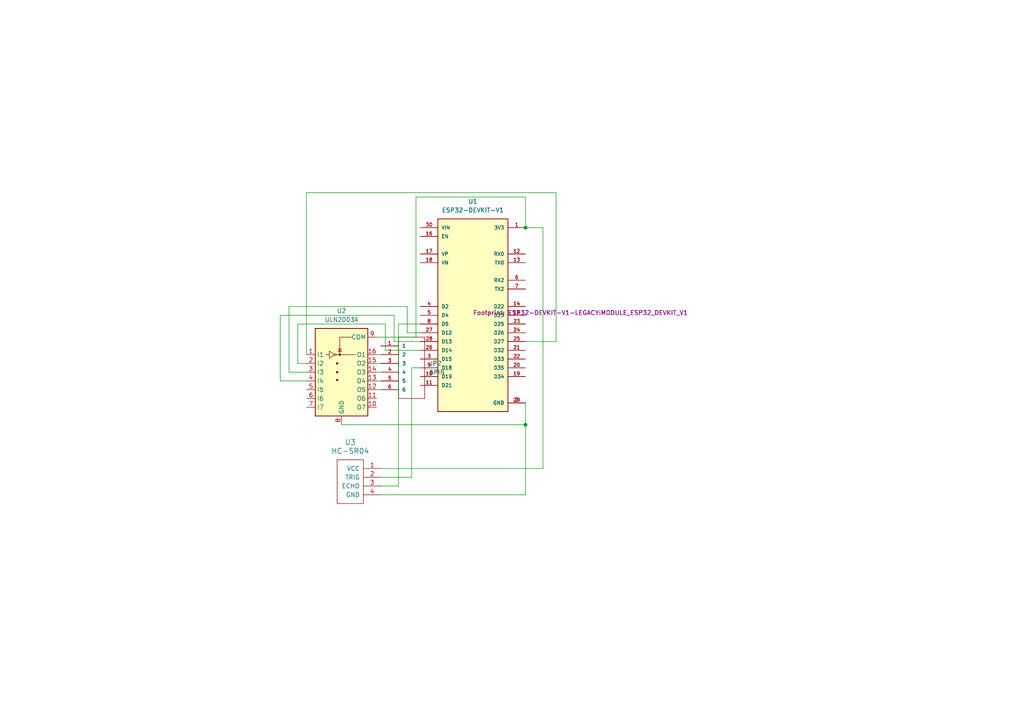
<source format=kicad_sch>
(kicad_sch (version 20230121) (generator eeschema)

  (uuid 149bb7de-8593-4cb8-a186-c846c2f9b9a1)

  (paper "A4")

  (lib_symbols
    (symbol "ESP32-DEVKIT-V1:ESP32-DEVKIT-V1" (pin_names (offset 1.016)) (in_bom yes) (on_board yes)
      (property "Reference" "U" (at -10.16 30.48 0)
        (effects (font (size 1.27 1.27)) (justify left bottom))
      )
      (property "Value" "ESP32-DEVKIT-V1" (at -10.16 -30.48 0)
        (effects (font (size 1.27 1.27)) (justify left bottom))
      )
      (property "Footprint" "MODULE_ESP32_DEVKIT_V1" (at 0 0 0)
        (effects (font (size 1.27 1.27)) (justify left bottom) hide)
      )
      (property "Datasheet" "" (at 0 0 0)
        (effects (font (size 1.27 1.27)) (justify left bottom) hide)
      )
      (property "MF" "Do it" (at 0 0 0)
        (effects (font (size 1.27 1.27)) (justify left bottom) hide)
      )
      (property "MAXIMUM_PACKAGE_HEIGHT" "6.8 mm" (at 0 0 0)
        (effects (font (size 1.27 1.27)) (justify left bottom) hide)
      )
      (property "Package" "None" (at 0 0 0)
        (effects (font (size 1.27 1.27)) (justify left bottom) hide)
      )
      (property "Price" "None" (at 0 0 0)
        (effects (font (size 1.27 1.27)) (justify left bottom) hide)
      )
      (property "Check_prices" "https://www.snapeda.com/parts/ESP32-DEVKIT-V1/Do+it/view-part/?ref=eda" (at 0 0 0)
        (effects (font (size 1.27 1.27)) (justify left bottom) hide)
      )
      (property "STANDARD" "Manufacturer Recommendations" (at 0 0 0)
        (effects (font (size 1.27 1.27)) (justify left bottom) hide)
      )
      (property "PARTREV" "N/A" (at 0 0 0)
        (effects (font (size 1.27 1.27)) (justify left bottom) hide)
      )
      (property "SnapEDA_Link" "https://www.snapeda.com/parts/ESP32-DEVKIT-V1/Do+it/view-part/?ref=snap" (at 0 0 0)
        (effects (font (size 1.27 1.27)) (justify left bottom) hide)
      )
      (property "MP" "ESP32-DEVKIT-V1" (at 0 0 0)
        (effects (font (size 1.27 1.27)) (justify left bottom) hide)
      )
      (property "Description" "\\nDual core, Wi-Fi: 2.4 GHz up to 150 Mbits/s,BLE (Bluetooth Low Energy) and legacy Bluetooth, 32 bits, Up to 240 MHz\\n" (at 0 0 0)
        (effects (font (size 1.27 1.27)) (justify left bottom) hide)
      )
      (property "Availability" "Not in stock" (at 0 0 0)
        (effects (font (size 1.27 1.27)) (justify left bottom) hide)
      )
      (property "MANUFACTURER" "DOIT" (at 0 0 0)
        (effects (font (size 1.27 1.27)) (justify left bottom) hide)
      )
      (property "ki_locked" "" (at 0 0 0)
        (effects (font (size 1.27 1.27)))
      )
      (symbol "ESP32-DEVKIT-V1_0_0"
        (rectangle (start -10.16 -27.94) (end 10.16 27.94)
          (stroke (width 0.254) (type solid))
          (fill (type background))
        )
        (pin output line (at 15.24 25.4 180) (length 5.08)
          (name "3V3" (effects (font (size 1.016 1.016))))
          (number "1" (effects (font (size 1.016 1.016))))
        )
        (pin bidirectional line (at -15.24 -17.78 0) (length 5.08)
          (name "D19" (effects (font (size 1.016 1.016))))
          (number "10" (effects (font (size 1.016 1.016))))
        )
        (pin bidirectional line (at -15.24 -20.32 0) (length 5.08)
          (name "D21" (effects (font (size 1.016 1.016))))
          (number "11" (effects (font (size 1.016 1.016))))
        )
        (pin input line (at 15.24 17.78 180) (length 5.08)
          (name "RX0" (effects (font (size 1.016 1.016))))
          (number "12" (effects (font (size 1.016 1.016))))
        )
        (pin output line (at 15.24 15.24 180) (length 5.08)
          (name "TX0" (effects (font (size 1.016 1.016))))
          (number "13" (effects (font (size 1.016 1.016))))
        )
        (pin bidirectional line (at 15.24 2.54 180) (length 5.08)
          (name "D22" (effects (font (size 1.016 1.016))))
          (number "14" (effects (font (size 1.016 1.016))))
        )
        (pin bidirectional line (at 15.24 0 180) (length 5.08)
          (name "D23" (effects (font (size 1.016 1.016))))
          (number "15" (effects (font (size 1.016 1.016))))
        )
        (pin input line (at -15.24 22.86 0) (length 5.08)
          (name "EN" (effects (font (size 1.016 1.016))))
          (number "16" (effects (font (size 1.016 1.016))))
        )
        (pin bidirectional line (at -15.24 17.78 0) (length 5.08)
          (name "VP" (effects (font (size 1.016 1.016))))
          (number "17" (effects (font (size 1.016 1.016))))
        )
        (pin bidirectional line (at -15.24 15.24 0) (length 5.08)
          (name "VN" (effects (font (size 1.016 1.016))))
          (number "18" (effects (font (size 1.016 1.016))))
        )
        (pin bidirectional line (at 15.24 -17.78 180) (length 5.08)
          (name "D34" (effects (font (size 1.016 1.016))))
          (number "19" (effects (font (size 1.016 1.016))))
        )
        (pin power_in line (at 15.24 -25.4 180) (length 5.08)
          (name "GND" (effects (font (size 1.016 1.016))))
          (number "2" (effects (font (size 1.016 1.016))))
        )
        (pin bidirectional line (at 15.24 -15.24 180) (length 5.08)
          (name "D35" (effects (font (size 1.016 1.016))))
          (number "20" (effects (font (size 1.016 1.016))))
        )
        (pin bidirectional line (at 15.24 -10.16 180) (length 5.08)
          (name "D32" (effects (font (size 1.016 1.016))))
          (number "21" (effects (font (size 1.016 1.016))))
        )
        (pin bidirectional line (at 15.24 -12.7 180) (length 5.08)
          (name "D33" (effects (font (size 1.016 1.016))))
          (number "22" (effects (font (size 1.016 1.016))))
        )
        (pin bidirectional line (at 15.24 -2.54 180) (length 5.08)
          (name "D25" (effects (font (size 1.016 1.016))))
          (number "23" (effects (font (size 1.016 1.016))))
        )
        (pin bidirectional line (at 15.24 -5.08 180) (length 5.08)
          (name "D26" (effects (font (size 1.016 1.016))))
          (number "24" (effects (font (size 1.016 1.016))))
        )
        (pin bidirectional line (at 15.24 -7.62 180) (length 5.08)
          (name "D27" (effects (font (size 1.016 1.016))))
          (number "25" (effects (font (size 1.016 1.016))))
        )
        (pin bidirectional line (at -15.24 -10.16 0) (length 5.08)
          (name "D14" (effects (font (size 1.016 1.016))))
          (number "26" (effects (font (size 1.016 1.016))))
        )
        (pin bidirectional line (at -15.24 -5.08 0) (length 5.08)
          (name "D12" (effects (font (size 1.016 1.016))))
          (number "27" (effects (font (size 1.016 1.016))))
        )
        (pin bidirectional line (at -15.24 -7.62 0) (length 5.08)
          (name "D13" (effects (font (size 1.016 1.016))))
          (number "28" (effects (font (size 1.016 1.016))))
        )
        (pin power_in line (at 15.24 -25.4 180) (length 5.08)
          (name "GND" (effects (font (size 1.016 1.016))))
          (number "29" (effects (font (size 1.016 1.016))))
        )
        (pin bidirectional line (at -15.24 -12.7 0) (length 5.08)
          (name "D15" (effects (font (size 1.016 1.016))))
          (number "3" (effects (font (size 1.016 1.016))))
        )
        (pin input line (at -15.24 25.4 0) (length 5.08)
          (name "VIN" (effects (font (size 1.016 1.016))))
          (number "30" (effects (font (size 1.016 1.016))))
        )
        (pin bidirectional line (at -15.24 2.54 0) (length 5.08)
          (name "D2" (effects (font (size 1.016 1.016))))
          (number "4" (effects (font (size 1.016 1.016))))
        )
        (pin bidirectional line (at -15.24 0 0) (length 5.08)
          (name "D4" (effects (font (size 1.016 1.016))))
          (number "5" (effects (font (size 1.016 1.016))))
        )
        (pin input line (at 15.24 10.16 180) (length 5.08)
          (name "RX2" (effects (font (size 1.016 1.016))))
          (number "6" (effects (font (size 1.016 1.016))))
        )
        (pin output line (at 15.24 7.62 180) (length 5.08)
          (name "TX2" (effects (font (size 1.016 1.016))))
          (number "7" (effects (font (size 1.016 1.016))))
        )
        (pin bidirectional line (at -15.24 -2.54 0) (length 5.08)
          (name "D5" (effects (font (size 1.016 1.016))))
          (number "8" (effects (font (size 1.016 1.016))))
        )
        (pin bidirectional line (at -15.24 -15.24 0) (length 5.08)
          (name "D18" (effects (font (size 1.016 1.016))))
          (number "9" (effects (font (size 1.016 1.016))))
        )
      )
    )
    (symbol "Transistor_Array:ULN2003A" (in_bom yes) (on_board yes)
      (property "Reference" "U" (at 0 15.875 0)
        (effects (font (size 1.27 1.27)))
      )
      (property "Value" "ULN2003A" (at 0 13.97 0)
        (effects (font (size 1.27 1.27)))
      )
      (property "Footprint" "" (at 1.27 -13.97 0)
        (effects (font (size 1.27 1.27)) (justify left) hide)
      )
      (property "Datasheet" "http://www.ti.com/lit/ds/symlink/uln2003a.pdf" (at 2.54 -5.08 0)
        (effects (font (size 1.27 1.27)) hide)
      )
      (property "ki_keywords" "darlington transistor array" (at 0 0 0)
        (effects (font (size 1.27 1.27)) hide)
      )
      (property "ki_description" "High Voltage, High Current Darlington Transistor Arrays, SOIC16/SOIC16W/DIP16/TSSOP16" (at 0 0 0)
        (effects (font (size 1.27 1.27)) hide)
      )
      (property "ki_fp_filters" "DIP*W7.62mm* SOIC*3.9x9.9mm*P1.27mm* SSOP*4.4x5.2mm*P0.65mm* TSSOP*4.4x5mm*P0.65mm* SOIC*W*5.3x10.2mm*P1.27mm*" (at 0 0 0)
        (effects (font (size 1.27 1.27)) hide)
      )
      (symbol "ULN2003A_0_1"
        (rectangle (start -7.62 -12.7) (end 7.62 12.7)
          (stroke (width 0.254) (type default))
          (fill (type background))
        )
        (circle (center -1.778 5.08) (radius 0.254)
          (stroke (width 0) (type default))
          (fill (type none))
        )
        (circle (center -1.27 -2.286) (radius 0.254)
          (stroke (width 0) (type default))
          (fill (type outline))
        )
        (circle (center -1.27 0) (radius 0.254)
          (stroke (width 0) (type default))
          (fill (type outline))
        )
        (circle (center -1.27 2.54) (radius 0.254)
          (stroke (width 0) (type default))
          (fill (type outline))
        )
        (circle (center -0.508 5.08) (radius 0.254)
          (stroke (width 0) (type default))
          (fill (type outline))
        )
        (polyline
          (pts
            (xy -4.572 5.08)
            (xy -3.556 5.08)
          )
          (stroke (width 0) (type default))
          (fill (type none))
        )
        (polyline
          (pts
            (xy -1.524 5.08)
            (xy 4.064 5.08)
          )
          (stroke (width 0) (type default))
          (fill (type none))
        )
        (polyline
          (pts
            (xy 0 6.731)
            (xy -1.016 6.731)
          )
          (stroke (width 0) (type default))
          (fill (type none))
        )
        (polyline
          (pts
            (xy -0.508 5.08)
            (xy -0.508 10.16)
            (xy 2.921 10.16)
          )
          (stroke (width 0) (type default))
          (fill (type none))
        )
        (polyline
          (pts
            (xy -3.556 6.096)
            (xy -3.556 4.064)
            (xy -2.032 5.08)
            (xy -3.556 6.096)
          )
          (stroke (width 0) (type default))
          (fill (type none))
        )
        (polyline
          (pts
            (xy 0 5.969)
            (xy -1.016 5.969)
            (xy -0.508 6.731)
            (xy 0 5.969)
          )
          (stroke (width 0) (type default))
          (fill (type none))
        )
      )
      (symbol "ULN2003A_1_1"
        (pin input line (at -10.16 5.08 0) (length 2.54)
          (name "I1" (effects (font (size 1.27 1.27))))
          (number "1" (effects (font (size 1.27 1.27))))
        )
        (pin open_collector line (at 10.16 -10.16 180) (length 2.54)
          (name "O7" (effects (font (size 1.27 1.27))))
          (number "10" (effects (font (size 1.27 1.27))))
        )
        (pin open_collector line (at 10.16 -7.62 180) (length 2.54)
          (name "O6" (effects (font (size 1.27 1.27))))
          (number "11" (effects (font (size 1.27 1.27))))
        )
        (pin open_collector line (at 10.16 -5.08 180) (length 2.54)
          (name "O5" (effects (font (size 1.27 1.27))))
          (number "12" (effects (font (size 1.27 1.27))))
        )
        (pin open_collector line (at 10.16 -2.54 180) (length 2.54)
          (name "O4" (effects (font (size 1.27 1.27))))
          (number "13" (effects (font (size 1.27 1.27))))
        )
        (pin open_collector line (at 10.16 0 180) (length 2.54)
          (name "O3" (effects (font (size 1.27 1.27))))
          (number "14" (effects (font (size 1.27 1.27))))
        )
        (pin open_collector line (at 10.16 2.54 180) (length 2.54)
          (name "O2" (effects (font (size 1.27 1.27))))
          (number "15" (effects (font (size 1.27 1.27))))
        )
        (pin open_collector line (at 10.16 5.08 180) (length 2.54)
          (name "O1" (effects (font (size 1.27 1.27))))
          (number "16" (effects (font (size 1.27 1.27))))
        )
        (pin input line (at -10.16 2.54 0) (length 2.54)
          (name "I2" (effects (font (size 1.27 1.27))))
          (number "2" (effects (font (size 1.27 1.27))))
        )
        (pin input line (at -10.16 0 0) (length 2.54)
          (name "I3" (effects (font (size 1.27 1.27))))
          (number "3" (effects (font (size 1.27 1.27))))
        )
        (pin input line (at -10.16 -2.54 0) (length 2.54)
          (name "I4" (effects (font (size 1.27 1.27))))
          (number "4" (effects (font (size 1.27 1.27))))
        )
        (pin input line (at -10.16 -5.08 0) (length 2.54)
          (name "I5" (effects (font (size 1.27 1.27))))
          (number "5" (effects (font (size 1.27 1.27))))
        )
        (pin input line (at -10.16 -7.62 0) (length 2.54)
          (name "I6" (effects (font (size 1.27 1.27))))
          (number "6" (effects (font (size 1.27 1.27))))
        )
        (pin input line (at -10.16 -10.16 0) (length 2.54)
          (name "I7" (effects (font (size 1.27 1.27))))
          (number "7" (effects (font (size 1.27 1.27))))
        )
        (pin power_in line (at 0 -15.24 90) (length 2.54)
          (name "GND" (effects (font (size 1.27 1.27))))
          (number "8" (effects (font (size 1.27 1.27))))
        )
        (pin passive line (at 10.16 10.16 180) (length 2.54)
          (name "COM" (effects (font (size 1.27 1.27))))
          (number "9" (effects (font (size 1.27 1.27))))
        )
      )
    )
    (symbol "hc-sr04:HC-SR04" (pin_names (offset 1.016)) (in_bom yes) (on_board yes)
      (property "Reference" "U" (at -6.35 -7.62 0)
        (effects (font (size 1.524 1.524)))
      )
      (property "Value" "HC-SR04" (at -2.54 7.62 0)
        (effects (font (size 1.524 1.524)))
      )
      (property "Footprint" "" (at 0 0 0)
        (effects (font (size 1.524 1.524)))
      )
      (property "Datasheet" "" (at 0 0 0)
        (effects (font (size 1.524 1.524)))
      )
      (symbol "HC-SR04_0_1"
        (rectangle (start 0 6.35) (end -7.62 -6.35)
          (stroke (width 0) (type solid))
          (fill (type none))
        )
      )
      (symbol "HC-SR04_1_1"
        (pin input line (at 5.08 3.81 180) (length 5.08)
          (name "VCC" (effects (font (size 1.27 1.27))))
          (number "1" (effects (font (size 1.27 1.27))))
        )
        (pin input line (at 5.08 1.27 180) (length 5.08)
          (name "TRIG" (effects (font (size 1.27 1.27))))
          (number "2" (effects (font (size 1.27 1.27))))
        )
        (pin input line (at 5.08 -1.27 180) (length 5.08)
          (name "ECHO" (effects (font (size 1.27 1.27))))
          (number "3" (effects (font (size 1.27 1.27))))
        )
        (pin input line (at 5.08 -3.81 180) (length 5.08)
          (name "GND" (effects (font (size 1.27 1.27))))
          (number "4" (effects (font (size 1.27 1.27))))
        )
      )
    )
    (symbol "jst_eph:6PIN" (pin_names (offset 1.016)) (in_bom yes) (on_board yes)
      (property "Reference" "JP" (at 0 -12.7 0)
        (effects (font (size 1.27 1.27)) (justify left bottom))
      )
      (property "Value" "6PIN" (at 0 0 0)
        (effects (font (size 1.27 1.27)) (justify left bottom))
      )
      (property "Footprint" "jst_eph-B6B-PH-K-S" (at 0 3.81 0)
        (effects (font (size 1.27 1.27)) hide)
      )
      (property "Datasheet" "" (at 0 0 0)
        (effects (font (size 1.27 1.27)) hide)
      )
      (property "ki_locked" "" (at 0 0 0)
        (effects (font (size 1.27 1.27)))
      )
      (symbol "6PIN_1_0"
        (polyline
          (pts
            (xy 0 -10.16)
            (xy 0 7.62)
          )
          (stroke (width 0) (type solid))
          (fill (type none))
        )
        (polyline
          (pts
            (xy 0 7.62)
            (xy 7.62 7.62)
          )
          (stroke (width 0) (type solid))
          (fill (type none))
        )
        (polyline
          (pts
            (xy 7.62 -10.16)
            (xy 0 -10.16)
          )
          (stroke (width 0) (type solid))
          (fill (type none))
        )
        (polyline
          (pts
            (xy 7.62 7.62)
            (xy 7.62 -10.16)
          )
          (stroke (width 0) (type solid))
          (fill (type none))
        )
      )
      (symbol "6PIN_1_1"
        (pin bidirectional line (at -5.08 5.08 0) (length 5.08)
          (name "1" (effects (font (size 1.016 1.016))))
          (number "1" (effects (font (size 1.016 1.016))))
        )
        (pin bidirectional line (at -5.08 2.54 0) (length 5.08)
          (name "2" (effects (font (size 1.016 1.016))))
          (number "2" (effects (font (size 1.016 1.016))))
        )
        (pin bidirectional line (at -5.08 0 0) (length 5.08)
          (name "3" (effects (font (size 1.016 1.016))))
          (number "3" (effects (font (size 1.016 1.016))))
        )
        (pin bidirectional line (at -5.08 -2.54 0) (length 5.08)
          (name "4" (effects (font (size 1.016 1.016))))
          (number "4" (effects (font (size 1.016 1.016))))
        )
        (pin bidirectional line (at -5.08 -5.08 0) (length 5.08)
          (name "5" (effects (font (size 1.016 1.016))))
          (number "5" (effects (font (size 1.016 1.016))))
        )
        (pin bidirectional line (at -5.08 -7.62 0) (length 5.08)
          (name "6" (effects (font (size 1.016 1.016))))
          (number "6" (effects (font (size 1.016 1.016))))
        )
      )
    )
  )

  (junction (at 152.4 66.04) (diameter 0) (color 0 0 0 0)
    (uuid 89679721-9295-49ad-8af9-51d56be47dfc)
  )
  (junction (at 152.4 123.19) (diameter 0) (color 0 0 0 0)
    (uuid 90fac54d-3bc0-4e76-a051-fbdf282b0f6d)
  )

  (wire (pts (xy 109.22 113.03) (xy 110.49 113.03))
    (stroke (width 0) (type default))
    (uuid 03bcd11f-5366-4496-9024-90945eadc39e)
  )
  (wire (pts (xy 115.57 93.98) (xy 115.57 140.97))
    (stroke (width 0) (type default))
    (uuid 04d0e082-c5f4-4257-90ed-26390afc18b1)
  )
  (wire (pts (xy 119.38 106.68) (xy 119.38 138.43))
    (stroke (width 0) (type default))
    (uuid 14066a34-a811-4387-a7d2-f4a35cead107)
  )
  (wire (pts (xy 152.4 143.51) (xy 152.4 123.19))
    (stroke (width 0) (type default))
    (uuid 17696eb6-e36c-4598-9f90-5a9d60e96bfb)
  )
  (wire (pts (xy 119.38 138.43) (xy 110.49 138.43))
    (stroke (width 0) (type default))
    (uuid 1a59e1e3-7bc5-4c21-adeb-a8285e04fc53)
  )
  (wire (pts (xy 81.28 110.49) (xy 88.9 110.49))
    (stroke (width 0) (type default))
    (uuid 1d65f58c-01d8-4b7f-a8b2-5ebc2bfbf826)
  )
  (wire (pts (xy 121.92 93.98) (xy 115.57 93.98))
    (stroke (width 0) (type default))
    (uuid 380e4804-72f4-4c09-9ca4-9eb842368791)
  )
  (wire (pts (xy 121.92 101.6) (xy 111.76 101.6))
    (stroke (width 0) (type default))
    (uuid 3a4a2334-1a44-4adc-9245-e232826ed2c9)
  )
  (wire (pts (xy 157.48 135.89) (xy 157.48 66.04))
    (stroke (width 0) (type default))
    (uuid 3d53cbb6-022d-4bc7-9353-45d0753401b4)
  )
  (wire (pts (xy 83.82 88.9) (xy 83.82 107.95))
    (stroke (width 0) (type default))
    (uuid 468d34c0-03a4-4f37-b4ad-456a876aeccb)
  )
  (wire (pts (xy 114.3 99.06) (xy 114.3 91.44))
    (stroke (width 0) (type default))
    (uuid 4b39536e-b174-442b-aa9a-197e534b5ac3)
  )
  (wire (pts (xy 161.29 99.06) (xy 161.29 55.88))
    (stroke (width 0) (type default))
    (uuid 5904918c-1465-478c-9a3b-e6955ae70b43)
  )
  (wire (pts (xy 81.28 91.44) (xy 81.28 110.49))
    (stroke (width 0) (type default))
    (uuid 59f68de4-937d-468e-9e39-67561c53798e)
  )
  (wire (pts (xy 118.11 96.52) (xy 118.11 88.9))
    (stroke (width 0) (type default))
    (uuid 5a488f80-6e74-4206-9465-ce054d19230b)
  )
  (wire (pts (xy 120.65 57.15) (xy 152.4 57.15))
    (stroke (width 0) (type default))
    (uuid 5fcf027d-d9d2-470b-8c34-b6087f61cf8a)
  )
  (wire (pts (xy 110.49 143.51) (xy 152.4 143.51))
    (stroke (width 0) (type default))
    (uuid 642036cf-0ba0-4f4d-8d91-e16d06d63b6b)
  )
  (wire (pts (xy 109.22 110.49) (xy 110.49 110.49))
    (stroke (width 0) (type default))
    (uuid 6712dd85-a43b-4439-9da3-55129fc6528b)
  )
  (wire (pts (xy 152.4 57.15) (xy 152.4 66.04))
    (stroke (width 0) (type default))
    (uuid 6a1e8a47-41f1-41c0-816d-dac76e5b6cbc)
  )
  (wire (pts (xy 115.57 140.97) (xy 110.49 140.97))
    (stroke (width 0) (type default))
    (uuid 721755e8-e641-4b84-9594-aa6ec09cb712)
  )
  (wire (pts (xy 120.65 97.79) (xy 120.65 57.15))
    (stroke (width 0) (type default))
    (uuid 7563515c-bf35-40be-9b39-a471b298a781)
  )
  (wire (pts (xy 109.22 102.87) (xy 110.49 102.87))
    (stroke (width 0) (type default))
    (uuid 76e4d0ba-218a-4c9d-bc47-762b42eb1bae)
  )
  (wire (pts (xy 152.4 123.19) (xy 152.4 116.84))
    (stroke (width 0) (type default))
    (uuid 802b1646-7872-49e7-975d-d91fe8a46694)
  )
  (wire (pts (xy 121.92 106.68) (xy 119.38 106.68))
    (stroke (width 0) (type default))
    (uuid 8497d4f6-4601-4268-a4f7-201dff518333)
  )
  (wire (pts (xy 86.36 105.41) (xy 88.9 105.41))
    (stroke (width 0) (type default))
    (uuid 86a33f4d-3655-4476-92e7-9969f09003e1)
  )
  (wire (pts (xy 157.48 66.04) (xy 152.4 66.04))
    (stroke (width 0) (type default))
    (uuid 8ca21c72-db9e-4531-81b2-66ef3625bd8c)
  )
  (wire (pts (xy 109.22 97.79) (xy 120.65 97.79))
    (stroke (width 0) (type default))
    (uuid 9709aaec-6632-4285-ba72-f9719c772078)
  )
  (wire (pts (xy 109.22 107.95) (xy 110.49 107.95))
    (stroke (width 0) (type default))
    (uuid a2cbebd8-4718-4276-99d6-f404557de2fc)
  )
  (wire (pts (xy 88.9 55.88) (xy 88.9 102.87))
    (stroke (width 0) (type default))
    (uuid a6f55c92-2f96-4811-91be-e6040c64a628)
  )
  (wire (pts (xy 111.76 101.6) (xy 111.76 93.98))
    (stroke (width 0) (type default))
    (uuid a9ad7af9-ce6a-4989-970e-903c57592542)
  )
  (wire (pts (xy 152.4 99.06) (xy 161.29 99.06))
    (stroke (width 0) (type default))
    (uuid ab434031-78e1-4bec-9bf4-eb94de37add2)
  )
  (wire (pts (xy 110.49 135.89) (xy 157.48 135.89))
    (stroke (width 0) (type default))
    (uuid add4438e-a959-4c05-bccb-0e81c0667efe)
  )
  (wire (pts (xy 114.3 91.44) (xy 81.28 91.44))
    (stroke (width 0) (type default))
    (uuid b90f0a36-8b95-4403-83a1-a49e04a14fd5)
  )
  (wire (pts (xy 118.11 88.9) (xy 83.82 88.9))
    (stroke (width 0) (type default))
    (uuid c6802af0-b118-48c1-ae92-e79b276f1d11)
  )
  (wire (pts (xy 83.82 107.95) (xy 88.9 107.95))
    (stroke (width 0) (type default))
    (uuid ca75789c-0d46-4943-90a5-6d9a9435f64f)
  )
  (wire (pts (xy 99.06 123.19) (xy 152.4 123.19))
    (stroke (width 0) (type default))
    (uuid d2596361-3838-4cb3-8c02-3bbd5916f004)
  )
  (wire (pts (xy 111.76 93.98) (xy 86.36 93.98))
    (stroke (width 0) (type default))
    (uuid dd8e7f6c-8ae8-4914-b3a9-980b7de41ec9)
  )
  (wire (pts (xy 109.22 105.41) (xy 110.49 105.41))
    (stroke (width 0) (type default))
    (uuid e3611994-cba2-4672-b762-836225288038)
  )
  (wire (pts (xy 161.29 55.88) (xy 88.9 55.88))
    (stroke (width 0) (type default))
    (uuid e6faed08-1ffa-4032-b0e7-d44bda9377c6)
  )
  (wire (pts (xy 86.36 93.98) (xy 86.36 105.41))
    (stroke (width 0) (type default))
    (uuid f339c775-eafd-478c-acc4-b7ebcc73c72d)
  )
  (wire (pts (xy 121.92 99.06) (xy 114.3 99.06))
    (stroke (width 0) (type default))
    (uuid f8a4faf1-c043-483c-9234-2b069d42563c)
  )
  (wire (pts (xy 121.92 96.52) (xy 118.11 96.52))
    (stroke (width 0) (type default))
    (uuid fa31c9b0-5fa0-444d-bde7-f867f505b7d5)
  )

  (symbol (lib_id "hc-sr04:HC-SR04") (at 105.41 139.7 0) (unit 1)
    (in_bom yes) (on_board yes) (dnp no) (fields_autoplaced)
    (uuid 56a0cbbd-c129-44fa-9e8f-8fc6e46241b6)
    (property "Reference" "U3" (at 101.6 128.27 0)
      (effects (font (size 1.524 1.524)))
    )
    (property "Value" "HC-SR04" (at 101.6 130.81 0)
      (effects (font (size 1.524 1.524)))
    )
    (property "Footprint" "HC-SR04:XCVR_HC-SR04" (at 105.41 139.7 0)
      (effects (font (size 1.524 1.524)) hide)
    )
    (property "Datasheet" "" (at 105.41 139.7 0)
      (effects (font (size 1.524 1.524)))
    )
    (pin "2" (uuid 1c873a1f-ac54-4fd0-9c95-567c0ad767db))
    (pin "1" (uuid 55f61c27-f0c6-4dc2-8cf8-6df88cbe7b12))
    (pin "4" (uuid ce006dac-7bb5-44e1-a35e-3ba1c4372126))
    (pin "3" (uuid bc360613-125f-4913-a0b4-58c35b6f4dba))
    (instances
      (project "Foodinator"
        (path "/149bb7de-8593-4cb8-a186-c846c2f9b9a1"
          (reference "U3") (unit 1)
        )
      )
    )
  )

  (symbol (lib_id "Transistor_Array:ULN2003A") (at 99.06 107.95 0) (unit 1)
    (in_bom yes) (on_board yes) (dnp no) (fields_autoplaced)
    (uuid 62902fff-5cd4-4358-bb53-524d02f35f51)
    (property "Reference" "U2" (at 99.06 90.17 0)
      (effects (font (size 1.27 1.27)))
    )
    (property "Value" "ULN2003A" (at 99.06 92.71 0)
      (effects (font (size 1.27 1.27)))
    )
    (property "Footprint" "ULN2003ANE4:DIP794W45P254L1969H508Q16" (at 100.33 121.92 0)
      (effects (font (size 1.27 1.27)) (justify left) hide)
    )
    (property "Datasheet" "http://www.ti.com/lit/ds/symlink/uln2003a.pdf" (at 101.6 113.03 0)
      (effects (font (size 1.27 1.27)) hide)
    )
    (pin "1" (uuid 0f5c23f2-1e8a-47e8-b843-c64cd288cdf2))
    (pin "3" (uuid 1a5eb92a-7ea4-4f8d-b863-11490ffe3794))
    (pin "13" (uuid 6d0c16df-1f73-48a1-a06b-1fe44f5be9d0))
    (pin "6" (uuid 03fe7584-28f3-4433-b12f-6563ef7d37b0))
    (pin "11" (uuid 6e2362bf-44e9-41fc-911b-5abf5bfc82c5))
    (pin "2" (uuid d6b3368e-c0cb-4643-8e7a-84733fb24f97))
    (pin "15" (uuid b0131cda-9f4d-4ff1-a486-88d2df46c347))
    (pin "4" (uuid 88b57cc9-168a-488f-b042-7374a5eb6546))
    (pin "8" (uuid 14dded2a-e349-45eb-bd24-c992d55a89f7))
    (pin "12" (uuid 211be9e6-4c69-4130-aeaf-75aba982d56a))
    (pin "7" (uuid c738462b-1c0a-4241-acf3-bed2f495fefc))
    (pin "9" (uuid ae891f65-d2fb-4340-9c36-19964ac8ceb6))
    (pin "5" (uuid e2c694e0-5546-441c-b36f-6843cf63314f))
    (pin "10" (uuid 00940881-0842-4efa-9678-aa7958739540))
    (pin "14" (uuid 009ed689-0d70-4975-9402-1aa5d362835b))
    (pin "16" (uuid 6a0829cd-5f42-43cd-a5d3-6fad4ac2d25f))
    (instances
      (project "Foodinator"
        (path "/149bb7de-8593-4cb8-a186-c846c2f9b9a1"
          (reference "U2") (unit 1)
        )
      )
    )
  )

  (symbol (lib_id "ESP32-DEVKIT-V1:ESP32-DEVKIT-V1") (at 137.16 91.44 0) (unit 1)
    (in_bom yes) (on_board yes) (dnp no)
    (uuid c2b8ec4c-8e0e-4af0-8eba-b948950df4b7)
    (property "Reference" "U1" (at 137.16 58.42 0)
      (effects (font (size 1.27 1.27)))
    )
    (property "Value" "ESP32-DEVKIT-V1" (at 137.16 60.96 0)
      (effects (font (size 1.27 1.27)))
    )
    (property "Footprint" "ESP32-DEVKIT-V1-LEGACY:MODULE_ESP32_DEVKIT_V1" (at 137.16 91.44 0) (show_name)
      (effects (font (size 1.27 1.27)) (justify left bottom))
    )
    (property "Datasheet" "" (at 137.16 91.44 0)
      (effects (font (size 1.27 1.27)) (justify left bottom) hide)
    )
    (property "MF" "Do it" (at 137.16 91.44 0)
      (effects (font (size 1.27 1.27)) (justify left bottom) hide)
    )
    (property "MAXIMUM_PACKAGE_HEIGHT" "6.8 mm" (at 137.16 91.44 0)
      (effects (font (size 1.27 1.27)) (justify left bottom) hide)
    )
    (property "Package" "None" (at 137.16 91.44 0)
      (effects (font (size 1.27 1.27)) (justify left bottom) hide)
    )
    (property "Price" "None" (at 137.16 91.44 0)
      (effects (font (size 1.27 1.27)) (justify left bottom) hide)
    )
    (property "Check_prices" "https://www.snapeda.com/parts/ESP32-DEVKIT-V1/Do+it/view-part/?ref=eda" (at 137.16 91.44 0)
      (effects (font (size 1.27 1.27)) (justify left bottom) hide)
    )
    (property "STANDARD" "Manufacturer Recommendations" (at 137.16 91.44 0)
      (effects (font (size 1.27 1.27)) (justify left bottom) hide)
    )
    (property "PARTREV" "N/A" (at 137.16 91.44 0)
      (effects (font (size 1.27 1.27)) (justify left bottom) hide)
    )
    (property "SnapEDA_Link" "https://www.snapeda.com/parts/ESP32-DEVKIT-V1/Do+it/view-part/?ref=snap" (at 137.16 91.44 0)
      (effects (font (size 1.27 1.27)) (justify left bottom) hide)
    )
    (property "MP" "ESP32-DEVKIT-V1" (at 137.16 91.44 0)
      (effects (font (size 1.27 1.27)) (justify left bottom) hide)
    )
    (property "Description" "\\nDual core, Wi-Fi: 2.4 GHz up to 150 Mbits/s,BLE (Bluetooth Low Energy) and legacy Bluetooth, 32 bits, Up to 240 MHz\\n" (at 137.16 91.44 0)
      (effects (font (size 1.27 1.27)) (justify left bottom) hide)
    )
    (property "Availability" "Not in stock" (at 137.16 91.44 0)
      (effects (font (size 1.27 1.27)) (justify left bottom) hide)
    )
    (property "MANUFACTURER" "DOIT" (at 137.16 91.44 0)
      (effects (font (size 1.27 1.27)) (justify left bottom) hide)
    )
    (pin "1" (uuid a9c70260-346c-40f5-9a22-c1e0087ca588))
    (pin "10" (uuid bd8319dd-72da-4799-91b9-13d9ccf43c30))
    (pin "14" (uuid f83eee41-ed59-4809-8fab-f89c36178e6c))
    (pin "13" (uuid 85358213-85a9-4aab-b2d6-702eab567faf))
    (pin "23" (uuid a2807a5d-13f4-476e-8955-7d5a5730ac7b))
    (pin "25" (uuid e66a3fcd-4443-4103-9497-b5d275fc2613))
    (pin "29" (uuid ea15c179-6e7f-4e70-a5a5-d3efee6803cf))
    (pin "4" (uuid 9bb262e8-aee9-4678-93e6-de73198465f7))
    (pin "20" (uuid 698b1885-952b-4be3-90de-2357f8c114a4))
    (pin "15" (uuid abcb300f-7f07-4738-8b93-6f09d93a246f))
    (pin "30" (uuid 12307ce1-4323-4e15-a20d-660796a5b214))
    (pin "18" (uuid f67df4e2-a9e6-488c-901d-8d9d977f0dd1))
    (pin "2" (uuid 5dae1194-40db-467e-b710-f1c8c409c7da))
    (pin "6" (uuid d36a75f6-567d-4ce8-bed2-ff42548142de))
    (pin "17" (uuid 0cb67cb4-73f3-479a-837c-08cdaa8cc234))
    (pin "12" (uuid 3fba2f02-126d-4af4-be9f-985b86ef6639))
    (pin "24" (uuid 147476be-378c-46b5-86ea-84420656d638))
    (pin "16" (uuid 08e58f5f-b7bb-4d11-9adc-6cdb80aab6e3))
    (pin "3" (uuid 8e688daa-e600-4e70-99b6-d1e16aa02181))
    (pin "28" (uuid 4579ac9b-a9fe-484f-ad19-0d1e6242448f))
    (pin "5" (uuid 2e9f4c5c-e19a-4b39-8604-156d5cdd5657))
    (pin "7" (uuid 3719ba18-3c31-4c1d-9dcb-48cb95553b1c))
    (pin "8" (uuid ea5ef887-55d7-4962-85e8-6398bf2551f7))
    (pin "9" (uuid dad11c16-afae-433b-8bcd-33406b1a3ab9))
    (pin "21" (uuid 0ad07268-d344-47a8-bff7-5ce2f18e99d3))
    (pin "26" (uuid 975004de-fc7b-4d6a-b7ac-c663d7baecd2))
    (pin "19" (uuid 1f0b9733-75c8-4b98-b5b0-c5cf04041514))
    (pin "27" (uuid ce197288-978a-4738-abe5-d097f89bc533))
    (pin "22" (uuid f0db85b4-fd78-4907-af21-a9f4b1d6492f))
    (pin "11" (uuid bebb98f6-831b-4bf8-9270-767ef20334ea))
    (instances
      (project "Foodinator"
        (path "/149bb7de-8593-4cb8-a186-c846c2f9b9a1"
          (reference "U1") (unit 1)
        )
      )
    )
  )

  (symbol (lib_id "jst_eph:6PIN") (at 115.57 105.41 0) (unit 1)
    (in_bom yes) (on_board yes) (dnp no) (fields_autoplaced)
    (uuid cf5fb440-3aba-4a06-ad29-4477136f525d)
    (property "Reference" "JP2" (at 124.46 105.41 0)
      (effects (font (size 1.27 1.27)) (justify left))
    )
    (property "Value" "6PIN" (at 124.46 107.95 0)
      (effects (font (size 1.27 1.27)) (justify left))
    )
    (property "Footprint" "jst_eph:jst_eph-B6B-PH-K-S" (at 115.57 101.6 0)
      (effects (font (size 1.27 1.27)) hide)
    )
    (property "Datasheet" "" (at 115.57 105.41 0)
      (effects (font (size 1.27 1.27)) hide)
    )
    (pin "2" (uuid 8713d5e1-756b-4ed2-8b21-5825f1d124aa))
    (pin "3" (uuid 494fa78e-ab49-4dba-82dc-bd609fe20f04))
    (pin "6" (uuid e508e4b9-de6f-4ff9-bb9d-48d9d2bb2783))
    (pin "5" (uuid 138658cd-5426-4ff6-9472-235dc30ebb14))
    (pin "1" (uuid ae6b4b79-23b6-4efd-bac9-30fa9354074b))
    (pin "4" (uuid e8da009f-e8ca-4043-94bc-d5b99b091edf))
    (instances
      (project "Foodinator"
        (path "/149bb7de-8593-4cb8-a186-c846c2f9b9a1"
          (reference "JP2") (unit 1)
        )
      )
    )
  )

  (sheet_instances
    (path "/" (page "1"))
  )
)

</source>
